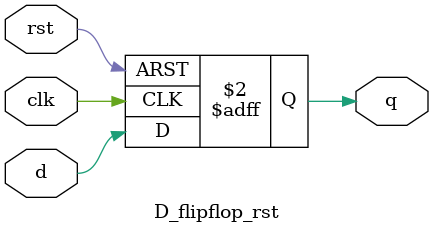
<source format=v>
/*
 *	Author: Yading Yi
 *	E-mail: yiyading@pku.edu.cb
 *
 *	Create Data: 04/01/2022
 *	Function: Device code
 * 
 *	Device: MacBook Air(M1-chip)
 *	Compiler: Icarus Verilog(iverlog)
 *	Waveform: Scansion
 * 
 */

// FullAdder
module FullAdder_1bit(
	input wire a, b, cin,
	output wire sum, cout
	);

	assign {cout, sum} = a + b + cin;
endmodule // FullAdder_1bit_behavior



// Counter
module Counter_4bit (
	input wire clk, rst,
	output reg [3:0] cnt
	);

	parameter max = 4'b1010;					// parameter: improve code legibility
	always @(posedge rst, posedge clk)		// , and or have the same effect
		begin
			if(rst)
				begin
					cnt <= 4'b0000;
				end
			else
				begin
					if(cnt == max)
						begin
							cnt <= 4'b0000;
						end
					else
						begin
							cnt <= cnt + 4'b0001;
						end
				end
		end
endmodule // Counter




/*
 *	Module:
 *		D_latch();
 *  	D_flipflop();		// posedge
 */
module D_latch(
	input wire d, clk,
	output reg q
	);

	always @(d, clk)
		if(clk == 1)
			q <= d;		// if clk=1 q capture d
endmodule

module D_flipflop(
	input wire d, clk,
	output reg q
	);
	
	always @(posedge clk) 
		begin
			q <= d; 
		end
endmodule


module D_flipflop_rst(
	input wire d, clk, rst,
	output reg q
	);

    reg q;//上电以后，在时钟没有工作之前，这个寄存器应该是个什么信号呢，就是初始化的信号
          //通常上电初始化我们用复位信号来做，用复位信号来指定复位以后的状态
//    always @ (posedge clk)//我们用正的时钟沿做它的敏感信号
//    begin
//        if(rst)//同步复位信号
//            q <=0;
//        else
//            q <= d;//上升沿有效的时候，把d捕获到q
//    end

    always @ (posedge clk,posedge rst)//我们用正的时钟沿做它的敏感信号
    begin
        if(rst)//异步复位信号，跟时钟沿无关，只要复位是高电平就会复位
            q <=0;
        else
            q <= d;//上升沿有效的时候，把d捕获到q
    end    

endmodule

</source>
